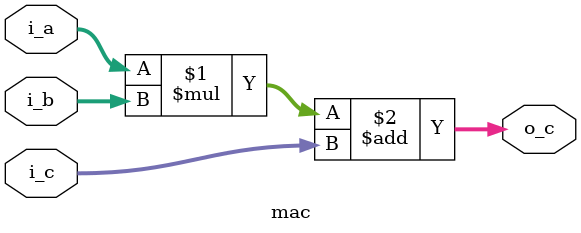
<source format=sv>
module pe # (IN_WIDTH=8, C_WIDTH=16) (
    input                               i_clk                      ,
    input                               i_rst                      ,

    input                               i_ctrl_sa_send_data        ,
    input              [IN_WIDTH-1: 0]  i_a                        ,
    input              [IN_WIDTH-1: 0]  i_b                        ,
    input              [C_WIDTH-1: 0]   i_c                        ,
    input              [IN_WIDTH-1: 0]  i_d                        ,

    output                              o_ctrl_sa_send_data        ,
    output             [IN_WIDTH-1: 0]  o_a                        ,
    output             [IN_WIDTH-1: 0]  o_b                        ,
    output             [C_WIDTH-1: 0]   o_c                        ,
    output             [IN_WIDTH-1: 0]  o_d
);

logic [ 2*IN_WIDTH-1: 0] i_data, data_r;
logic [   IN_WIDTH-1: 0] a_r, b_r, d_r;
logic [    C_WIDTH-1: 0] c_r     ;

assign i_data = {i_a, i_b};

lib_reg#(
    .WIDTH                              (2*IN_WIDTH                ),
    .RESET_VAL                          (0                         ) 
) u_pe (
    .clk                                (i_clk                     ),
    .rst                                (i_rst                     ),
    .din                                (i_data                    ),
    .dout                               (data_r                    ),
    .wen                                (1'b1                      ) 
);

assign {a_r, b_r} = data_r;

always @ (posedge i_clk) begin
    if (i_rst) begin
        d_r <= 0;
    end else if (i_ctrl_sa_send_data) begin
        d_r <= 0;
    end else begin
        d_r <= i_d;
    end
end

logic [ C_WIDTH-1: 0] mac_c;

always @ (posedge i_clk) begin
    if (i_rst) begin
        c_r <= 0;
    end else if (i_ctrl_sa_send_data) begin
        c_r <= i_c;
    end else begin
        c_r <= mac_c;
    end
end

mac #(IN_WIDTH, C_WIDTH) u_mac(i_a, i_b, c_r, mac_c);

assign o_a = a_r;
assign o_b = b_r;
assign o_c = c_r + d_r;
assign o_d = d_r;
assign o_ctrl_sa_send_data = i_ctrl_sa_send_data;

endmodule

module mac # (IN_WIDTH=8, C_WIDTH=16) (
    input              [   IN_WIDTH-1: 0]        i_a                        ,
    input              [   IN_WIDTH-1: 0]        i_b                        ,
    input              [  C_WIDTH-1: 0]          i_c                        ,
    output             [  C_WIDTH-1: 0]          o_c                         
);

assign o_c = i_a * i_b + i_c;

endmodule
</source>
